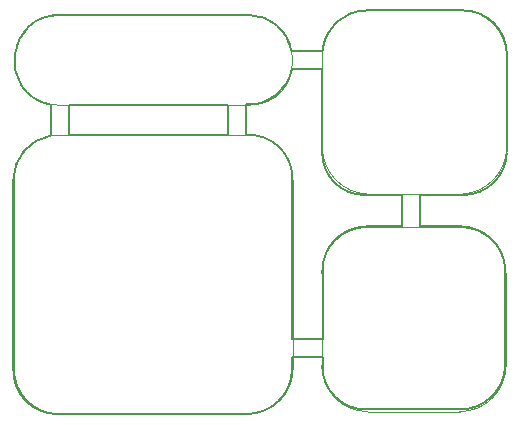
<source format=gko>
%TF.GenerationSoftware,KiCad,Pcbnew,4.0.5-e0-6337~49~ubuntu16.04.1*%
%TF.CreationDate,2017-02-14T03:20:44-08:00*%
%TF.ProjectId,10mmLED-Button-Battery,31306D6D4C45442D427574746F6E2D42,v1.2*%
%TF.FileFunction,Profile,NP*%
%FSLAX46Y46*%
G04 Gerber Fmt 4.6, Leading zero omitted, Abs format (unit mm)*
G04 Created by KiCad (PCBNEW 4.0.5-e0-6337~49~ubuntu16.04.1) date Tue Feb 14 03:20:44 2017*
%MOMM*%
%LPD*%
G01*
G04 APERTURE LIST*
%ADD10C,0.350000*%
%ADD11C,0.152400*%
%ADD12C,0.040640*%
%ADD13C,0.050000*%
G04 APERTURE END LIST*
D10*
D11*
X52044600Y-43251748D02*
G75*
G03X55598488Y-46685200I3553888J122548D01*
G01*
X52070000Y-60401200D02*
X52070000Y-61214000D01*
X52044946Y-61213647D02*
G75*
G03X55727600Y-64846200I3682654J50447D01*
G01*
X60299600Y-46685200D02*
X61315600Y-46685200D01*
X49479200Y-60401200D02*
X49479200Y-61417200D01*
X60299600Y-49326800D02*
X60299600Y-46685200D01*
X58775600Y-46685200D02*
X58775600Y-49326800D01*
X49504600Y-60401200D02*
X52044600Y-60401200D01*
X52019200Y-58877200D02*
X49479200Y-58877200D01*
X61315600Y-46685200D02*
X63982600Y-46685200D01*
X45567600Y-39065200D02*
X45567600Y-41605200D01*
X44043600Y-39065200D02*
X44043600Y-41605200D01*
X30581600Y-39065200D02*
X30581600Y-41605200D01*
X29057600Y-39065200D02*
X29057600Y-41605200D01*
X49479200Y-36017200D02*
X52044600Y-36017200D01*
X49479200Y-34493200D02*
X52044600Y-34493200D01*
X63982600Y-46687389D02*
G75*
G03X67665600Y-43129200I0J3685189D01*
G01*
X55600600Y-46685200D02*
X58775600Y-46685200D01*
X52044600Y-36017200D02*
X52044600Y-43129200D01*
X67665600Y-34747200D02*
X67665600Y-43002200D01*
X67665600Y-34747200D02*
G75*
G03X63982600Y-31064200I-3683000J0D01*
G01*
X55727600Y-31064200D02*
X63982600Y-31064200D01*
X55727600Y-31080791D02*
G75*
G03X52070000Y-34493200I0J-3666409D01*
G01*
X29066240Y-41657039D02*
G75*
G03X25882600Y-45415200I626360J-3758161D01*
G01*
X25882600Y-61417200D02*
X25882600Y-45415200D01*
X25886076Y-61384221D02*
G75*
G03X29565600Y-65227200I3679524J-159979D01*
G01*
X45567600Y-65227200D02*
X29565600Y-65227200D01*
X45550196Y-65225341D02*
G75*
G03X49479200Y-61417200I119004J3808141D01*
G01*
X63601600Y-64846200D02*
X55727600Y-64846200D01*
X63601600Y-64846200D02*
G75*
G03X67527002Y-61037948I115402J3808252D01*
G01*
X67538600Y-53035200D02*
X67538600Y-61163200D01*
X67538600Y-53030899D02*
G75*
G03X63730863Y-49352200I-3807737J-131301D01*
G01*
X60299600Y-49326800D02*
X63855600Y-49352200D01*
X55727600Y-49352200D02*
X58775600Y-49326800D01*
X55727600Y-49377247D02*
G75*
G03X52070000Y-52984400I0J-3657953D01*
G01*
X52070000Y-58877200D02*
X52070000Y-52882800D01*
X49504600Y-45288200D02*
X49479200Y-58877200D01*
X49512901Y-45262800D02*
G75*
G03X45567600Y-41605200I-3668090J0D01*
G01*
X44043600Y-41605200D02*
X30581600Y-41605200D01*
X30581600Y-39065200D02*
X44043600Y-39065200D01*
X29946600Y-31445200D02*
G75*
G03X29043911Y-39047455I-127347J-3839599D01*
G01*
X45821600Y-31445200D02*
X29946600Y-31445200D01*
X45576991Y-39024065D02*
G75*
G03X49479200Y-36017200I244609J3718065D01*
G01*
X49447247Y-34480764D02*
G75*
G03X45821600Y-31445200I-3625647J-647436D01*
G01*
D12*
X58750200Y-49276000D02*
X58750200Y-46736000D01*
X60274200Y-49276000D02*
X60274200Y-46736000D01*
X49530000Y-58902600D02*
X52070000Y-58902600D01*
X49530000Y-60426600D02*
X52070000Y-60426600D01*
X30581600Y-39039800D02*
X30581600Y-41579800D01*
X29057600Y-39039800D02*
X29057600Y-41579800D01*
X45567600Y-39065200D02*
X45567600Y-41605200D01*
X44043600Y-39065200D02*
X44043600Y-41605200D01*
D13*
X67659225Y-34800728D02*
G75*
G03X63855600Y-31010700I-3999066J-209764D01*
G01*
X52055600Y-42810700D02*
X52055600Y-34810700D01*
X63855600Y-46610700D02*
X55855600Y-46610700D01*
X63855600Y-31010700D02*
X55855600Y-31010700D01*
X67655600Y-42810700D02*
X67655600Y-34810700D01*
X55845628Y-31007075D02*
G75*
G03X52055600Y-34810700I209764J-3999066D01*
G01*
X63865572Y-46614325D02*
G75*
G03X67655600Y-42810700I-209764J3999066D01*
G01*
X52051975Y-42820672D02*
G75*
G03X55855600Y-46610700I3999066J209764D01*
G01*
X45764801Y-39089601D02*
X29764801Y-39089601D01*
X29764801Y-31489601D02*
X45764801Y-31489601D01*
X29764801Y-31489601D02*
G75*
G03X29764801Y-39089601I0J-3800000D01*
G01*
X45764801Y-39089601D02*
G75*
G03X45764801Y-31489601I0J3800000D01*
G01*
D12*
X63691600Y-49426200D02*
X55891600Y-49426200D01*
X63691600Y-65026200D02*
X55891600Y-65026200D01*
X67591600Y-61126200D02*
X67591600Y-53326200D01*
X51991600Y-61126200D02*
X51991600Y-53326200D01*
X67591600Y-53326200D02*
G75*
G03X63691600Y-49426200I-3900000J0D01*
G01*
X63691600Y-65026200D02*
G75*
G03X67591600Y-61126200I0J3900000D01*
G01*
X51991600Y-61126200D02*
G75*
G03X55891600Y-65026200I3900000J0D01*
G01*
X55891600Y-49426200D02*
G75*
G03X51991600Y-53326200I0J-3900000D01*
G01*
D13*
X45768800Y-41615200D02*
X29768800Y-41615200D01*
X49568800Y-61415200D02*
X49568800Y-45415200D01*
X25968800Y-61415200D02*
X25968800Y-45415200D01*
X45768800Y-65215200D02*
X29768800Y-65215200D01*
X45768800Y-65215200D02*
G75*
G03X49568800Y-61415200I0J3800000D01*
G01*
X49568800Y-45415200D02*
G75*
G03X45768800Y-41615200I-3800000J0D01*
G01*
X29768800Y-41615200D02*
G75*
G03X25968800Y-45415200I0J-3800000D01*
G01*
X25968800Y-61415200D02*
G75*
G03X29768800Y-65215200I3800000J0D01*
G01*
D12*
X52044600Y-36017200D02*
X49504600Y-36017200D01*
X52044600Y-34493200D02*
X49504600Y-34493200D01*
M02*

</source>
